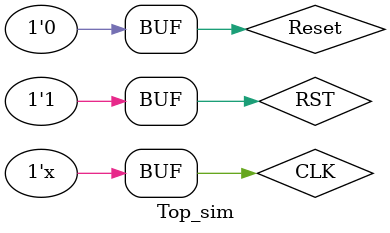
<source format=v>
`timescale 1ns / 1ps

module Top_sim();
    //input
    reg CLK;
    reg RST;
    reg Reset;
    //output
   
    wire [31:0] nowIns,nowPC, nextAddr, aluRe, writeData, readData1, readData2, ExtendData, RAMDataOut,Jump_out;
    wire [2:0] aluOp;
    wire [5:0] insToCtrl;
    wire Zero, Sign;
    wire [1:0] pcSrc;
    
    Top uut(
    .CLK(CLK),
    .RST(RST),
    .Reset(Reset),
    .nowIns(nowIns),
    .nowPC(nowPC),
    .nextAddr(nextAddr),
    .aluRe(aluRe),
    .writeData(writeData),
    .readData1(readData1),
    .readData2(readData2),
    .ExtendData(ExtendData),
    .RAMDataOut(RAMDataOut),
    .Jump_out(Jump_out),
    .aluOp(aluOp),
    .insToCtrl(insToCtrl),
    .Zero(Zero),
    .Sign(Sign),
    .pcSrc(pcSrc)
    );
    always #5 CLK=~CLK;
    initial begin
        CLK = 1;
        RST = 1;
        Reset = 1;
        #10
        Reset = 0;
    end
   
endmodule

</source>
